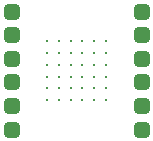
<source format=gbr>
%TF.GenerationSoftware,KiCad,Pcbnew,7.0.11*%
%TF.CreationDate,2024-12-11T11:32:47-03:00*%
%TF.ProjectId,Placa_SiPM,506c6163-615f-4536-9950-4d2e6b696361,rev?*%
%TF.SameCoordinates,Original*%
%TF.FileFunction,Soldermask,Top*%
%TF.FilePolarity,Negative*%
%FSLAX46Y46*%
G04 Gerber Fmt 4.6, Leading zero omitted, Abs format (unit mm)*
G04 Created by KiCad (PCBNEW 7.0.11) date 2024-12-11 11:32:47*
%MOMM*%
%LPD*%
G01*
G04 APERTURE LIST*
G04 Aperture macros list*
%AMRoundRect*
0 Rectangle with rounded corners*
0 $1 Rounding radius*
0 $2 $3 $4 $5 $6 $7 $8 $9 X,Y pos of 4 corners*
0 Add a 4 corners polygon primitive as box body*
4,1,4,$2,$3,$4,$5,$6,$7,$8,$9,$2,$3,0*
0 Add four circle primitives for the rounded corners*
1,1,$1+$1,$2,$3*
1,1,$1+$1,$4,$5*
1,1,$1+$1,$6,$7*
1,1,$1+$1,$8,$9*
0 Add four rect primitives between the rounded corners*
20,1,$1+$1,$2,$3,$4,$5,0*
20,1,$1+$1,$4,$5,$6,$7,0*
20,1,$1+$1,$6,$7,$8,$9,0*
20,1,$1+$1,$8,$9,$2,$3,0*%
G04 Aperture macros list end*
%ADD10C,0.203200*%
%ADD11RoundRect,0.337500X-0.337500X-0.337500X0.337500X-0.337500X0.337500X0.337500X-0.337500X0.337500X0*%
%ADD12RoundRect,0.337500X0.337500X0.337500X-0.337500X0.337500X-0.337500X-0.337500X0.337500X-0.337500X0*%
G04 APERTURE END LIST*
D10*
%TO.C,U1*%
X148000000Y-120500000D03*
X149000000Y-120500000D03*
X150000000Y-120500000D03*
X151000000Y-120500000D03*
X152000000Y-120500000D03*
X153000000Y-120500000D03*
X148000000Y-121500000D03*
X149000000Y-121500000D03*
X150000000Y-121500000D03*
X151000000Y-121500000D03*
X152000000Y-121500000D03*
X153000000Y-121500000D03*
X148000000Y-122500000D03*
X149000000Y-122500000D03*
X150000000Y-122500000D03*
X151000000Y-122500000D03*
X152000000Y-122500000D03*
X153000000Y-122500000D03*
X148000000Y-123500000D03*
X149000000Y-123500000D03*
X150000000Y-123500000D03*
X151000000Y-123500000D03*
X152000000Y-123500000D03*
X153000000Y-123500000D03*
X148000000Y-124500000D03*
X149000000Y-124500000D03*
X150000000Y-124500000D03*
X151000000Y-124500000D03*
X152000000Y-124500000D03*
X153000000Y-124500000D03*
X148000000Y-125500000D03*
X149000000Y-125500000D03*
X150000000Y-125500000D03*
X151000000Y-125500000D03*
X152000000Y-125500000D03*
X153000000Y-125500000D03*
%TD*%
D11*
%TO.C,J1*%
X145000000Y-118000000D03*
X145000000Y-120000000D03*
X145000000Y-122000000D03*
X145000000Y-124000000D03*
X145000000Y-126000000D03*
X145000000Y-128000000D03*
%TD*%
D12*
%TO.C,J2*%
X156000000Y-128000000D03*
X156000000Y-126000000D03*
X156000000Y-124000000D03*
X156000000Y-122000000D03*
X156000000Y-120000000D03*
X156000000Y-118000000D03*
%TD*%
M02*

</source>
